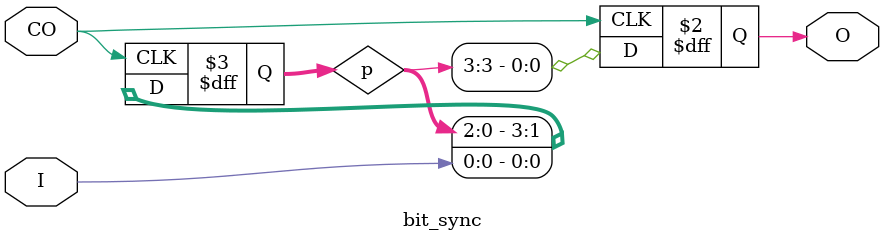
<source format=sv>
module bit_sync
(
    input I,
    output reg O,
    input CO
);

    reg [3:0] p;
    always @(posedge CO) {O, p} = {p, I};

endmodule


</source>
